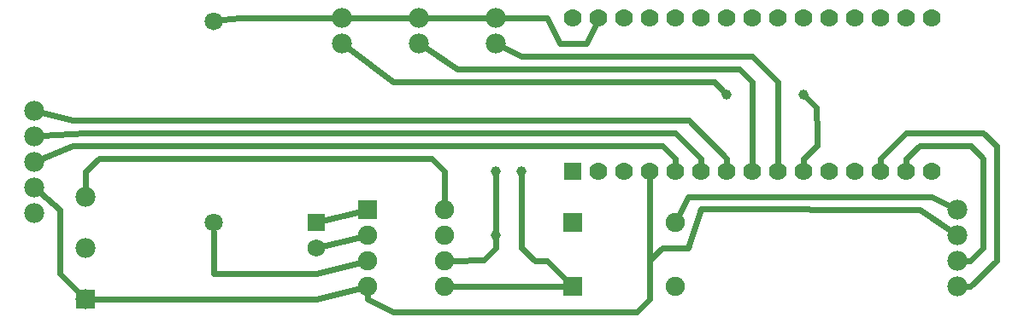
<source format=gtl>
G04 MADE WITH FRITZING*
G04 WWW.FRITZING.ORG*
G04 DOUBLE SIDED*
G04 HOLES PLATED*
G04 CONTOUR ON CENTER OF CONTOUR VECTOR*
%ASAXBY*%
%FSLAX23Y23*%
%MOIN*%
%OFA0B0*%
%SFA1.0B1.0*%
%ADD10C,0.075000*%
%ADD11C,0.071181*%
%ADD12C,0.069000*%
%ADD13C,0.078000*%
%ADD14C,0.070000*%
%ADD15C,0.039370*%
%ADD16R,0.075000X0.075000*%
%ADD17R,0.069000X0.069000*%
%ADD18R,0.078000X0.078000*%
%ADD19R,0.070000X0.069972*%
%ADD20C,0.024000*%
%LNCOPPER1*%
G90*
G70*
G54D10*
X1356Y459D03*
X1656Y459D03*
X1356Y359D03*
X1656Y359D03*
X1356Y259D03*
X1656Y259D03*
X1356Y159D03*
X1656Y159D03*
G54D11*
X756Y1196D03*
X756Y409D03*
X756Y1196D03*
X756Y409D03*
G54D12*
X1156Y409D03*
X1156Y309D03*
G54D10*
X2156Y409D03*
X2556Y409D03*
X2156Y159D03*
X2556Y159D03*
G54D13*
X3656Y159D03*
X3656Y259D03*
X3656Y359D03*
X3656Y459D03*
X56Y446D03*
X56Y546D03*
X56Y646D03*
X56Y746D03*
X56Y846D03*
X256Y109D03*
X256Y309D03*
X256Y509D03*
X1856Y1209D03*
X1856Y1109D03*
X1556Y1209D03*
X1556Y1109D03*
X1256Y1209D03*
X1256Y1109D03*
G54D14*
X2156Y609D03*
X2256Y609D03*
X2356Y609D03*
X2456Y609D03*
X2556Y609D03*
X2656Y609D03*
X2756Y609D03*
X2856Y609D03*
X2956Y609D03*
X3056Y609D03*
X3156Y609D03*
X3256Y609D03*
X3356Y609D03*
X3456Y609D03*
X3556Y609D03*
X2156Y1209D03*
X2256Y1209D03*
X2356Y1209D03*
X2456Y1209D03*
X2556Y1209D03*
X2656Y1209D03*
X2756Y1209D03*
X2856Y1209D03*
X2956Y1209D03*
X3056Y1209D03*
X3156Y1209D03*
X3256Y1209D03*
X3356Y1209D03*
X3456Y1209D03*
X3556Y1209D03*
G54D15*
X1856Y609D03*
X1956Y609D03*
X1856Y357D03*
X3056Y909D03*
X2756Y909D03*
G54D16*
X1356Y459D03*
G54D17*
X1156Y409D03*
G54D16*
X2156Y409D03*
X2156Y159D03*
G54D18*
X256Y109D03*
G54D19*
X2156Y608D03*
G54D20*
X2456Y109D02*
X2404Y57D01*
D02*
X2456Y579D02*
X2456Y260D01*
D02*
X2456Y260D02*
X2456Y109D01*
D02*
X1456Y57D02*
X1356Y109D01*
D02*
X2404Y57D02*
X1456Y57D01*
D02*
X1356Y109D02*
X1356Y130D01*
D02*
X856Y1209D02*
X1226Y1209D01*
D02*
X793Y1201D02*
X856Y1209D01*
D02*
X1286Y1209D02*
X1526Y1209D01*
D02*
X1586Y1209D02*
X1826Y1209D01*
D02*
X2104Y1109D02*
X2208Y1109D01*
D02*
X2056Y1209D02*
X2104Y1109D01*
D02*
X2208Y1109D02*
X2244Y1182D01*
D02*
X1886Y1209D02*
X2056Y1209D01*
D02*
X1656Y609D02*
X1604Y657D01*
D02*
X256Y609D02*
X256Y539D01*
D02*
X308Y657D02*
X256Y609D01*
D02*
X1656Y487D02*
X1656Y609D01*
D02*
X1604Y657D02*
X308Y657D01*
D02*
X86Y838D02*
X204Y809D01*
D02*
X204Y809D02*
X2608Y809D01*
D02*
X2756Y657D02*
X2756Y638D01*
D02*
X2608Y809D02*
X2756Y657D01*
D02*
X2656Y638D02*
X2656Y657D01*
D02*
X2656Y657D02*
X2556Y757D01*
D02*
X2556Y757D02*
X256Y757D01*
D02*
X256Y757D02*
X86Y747D01*
D02*
X84Y657D02*
X204Y709D01*
D02*
X204Y709D02*
X2504Y709D01*
D02*
X2504Y709D02*
X2556Y657D01*
D02*
X2556Y657D02*
X2556Y638D01*
D02*
X1280Y1090D02*
X1456Y957D01*
D02*
X3069Y895D02*
X3104Y857D01*
D02*
X1456Y957D02*
X2708Y957D01*
D02*
X2708Y957D02*
X2743Y922D01*
D02*
X3056Y657D02*
X3056Y638D01*
D02*
X3108Y709D02*
X3056Y657D01*
D02*
X3108Y757D02*
X3108Y709D01*
D02*
X3104Y857D02*
X3108Y757D01*
D02*
X3508Y457D02*
X3631Y375D01*
D02*
X2656Y460D02*
X3508Y457D01*
D02*
X2604Y309D02*
X2656Y460D01*
D02*
X2504Y309D02*
X2604Y309D01*
D02*
X2456Y260D02*
X2504Y309D01*
D02*
X1156Y109D02*
X1329Y152D01*
D02*
X256Y109D02*
X1156Y109D01*
D02*
X156Y209D02*
X256Y109D01*
D02*
X156Y368D02*
X156Y209D01*
D02*
X156Y457D02*
X156Y368D01*
D02*
X79Y526D02*
X156Y457D01*
D02*
X1156Y209D02*
X756Y209D01*
D02*
X756Y209D02*
X756Y372D01*
D02*
X1329Y252D02*
X1156Y209D01*
D02*
X1329Y352D02*
X1180Y314D01*
D02*
X1329Y452D02*
X1180Y414D01*
D02*
X3556Y509D02*
X3629Y472D01*
D02*
X2569Y434D02*
X2604Y509D01*
D02*
X2604Y509D02*
X3556Y509D01*
D02*
X2128Y159D02*
X1685Y159D01*
D02*
X1808Y260D02*
X1685Y259D01*
D02*
X1956Y1057D02*
X2856Y1057D01*
D02*
X2856Y1057D02*
X2956Y957D01*
D02*
X1883Y1095D02*
X1956Y1057D01*
D02*
X2956Y957D02*
X2956Y638D01*
D02*
X1704Y1009D02*
X2804Y1009D01*
D02*
X2804Y1009D02*
X2856Y957D01*
D02*
X1581Y1092D02*
X1704Y1009D01*
D02*
X2856Y957D02*
X2856Y638D01*
D02*
X1856Y309D02*
X1856Y338D01*
D02*
X1808Y260D02*
X1856Y309D01*
D02*
X1856Y376D02*
X1856Y590D01*
D02*
X2056Y257D02*
X2008Y257D01*
D02*
X2008Y257D02*
X1956Y309D01*
D02*
X2136Y179D02*
X2056Y257D01*
D02*
X1956Y309D02*
X1956Y590D01*
D02*
X3708Y709D02*
X3508Y709D01*
D02*
X3508Y709D02*
X3456Y657D01*
D02*
X3756Y657D02*
X3708Y709D01*
D02*
X3456Y657D02*
X3456Y638D01*
D02*
X3756Y309D02*
X3756Y657D01*
D02*
X3704Y257D02*
X3756Y309D01*
D02*
X3686Y257D02*
X3704Y257D01*
D02*
X3756Y757D02*
X3456Y757D01*
D02*
X3456Y757D02*
X3356Y657D01*
D02*
X3808Y709D02*
X3756Y757D01*
D02*
X3356Y657D02*
X3356Y638D01*
D02*
X3808Y257D02*
X3808Y709D01*
D02*
X3704Y157D02*
X3808Y257D01*
D02*
X3686Y157D02*
X3704Y157D01*
G04 End of Copper1*
M02*
</source>
